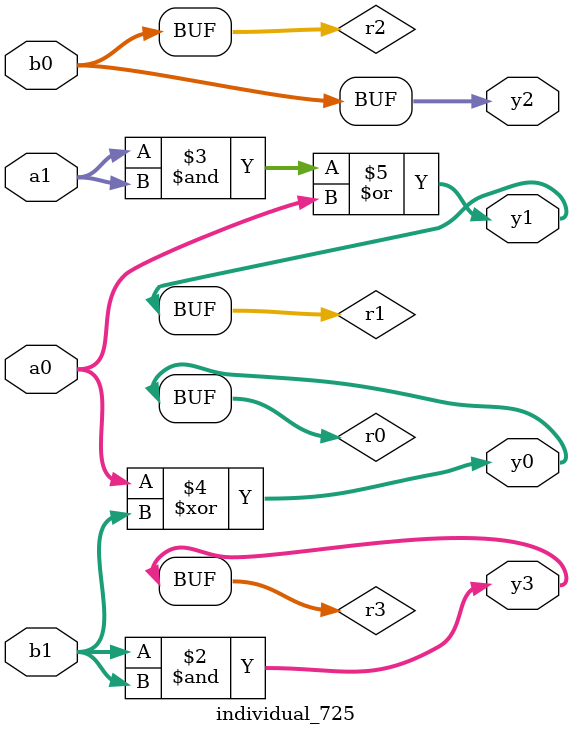
<source format=sv>
module individual_725(input logic [15:0] a1, input logic [15:0] a0, input logic [15:0] b1, input logic [15:0] b0, output logic [15:0] y3, output logic [15:0] y2, output logic [15:0] y1, output logic [15:0] y0);
logic [15:0] r0, r1, r2, r3; 
 always@(*) begin 
	 r0 = a0; r1 = a1; r2 = b0; r3 = b1; 
 	 r3  &=  r3 ;
 	 r1  &=  a1 ;
 	 r0  ^=  b1 ;
 	 r1  |=  a0 ;
 	 y3 = r3; y2 = r2; y1 = r1; y0 = r0; 
end
endmodule
</source>
